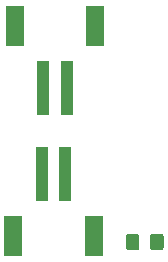
<source format=gbr>
G04 #@! TF.GenerationSoftware,KiCad,Pcbnew,5.1.5-52549c5~84~ubuntu19.10.1*
G04 #@! TF.CreationDate,2020-04-09T07:07:27-07:00*
G04 #@! TF.ProjectId,hub-75-pmod,6875622d-3735-42d7-906d-6f642e6b6963,rev?*
G04 #@! TF.SameCoordinates,PX2857260PY1dea728*
G04 #@! TF.FileFunction,Paste,Top*
G04 #@! TF.FilePolarity,Positive*
%FSLAX46Y46*%
G04 Gerber Fmt 4.6, Leading zero omitted, Abs format (unit mm)*
G04 Created by KiCad (PCBNEW 5.1.5-52549c5~84~ubuntu19.10.1) date 2020-04-09 07:07:27*
%MOMM*%
%LPD*%
G04 APERTURE LIST*
%ADD10R,1.600000X3.400000*%
%ADD11R,1.000000X4.600000*%
%ADD12C,0.100000*%
G04 APERTURE END LIST*
D10*
X12622000Y-19534000D03*
X19422000Y-19534000D03*
D11*
X15022000Y-14334000D03*
X17022000Y-14334000D03*
D10*
X19520000Y-1802000D03*
X12720000Y-1802000D03*
D11*
X17120000Y-7002000D03*
X15120000Y-7002000D03*
D12*
G36*
X23064505Y-19367204D02*
G01*
X23088773Y-19370804D01*
X23112572Y-19376765D01*
X23135671Y-19385030D01*
X23157850Y-19395520D01*
X23178893Y-19408132D01*
X23198599Y-19422747D01*
X23216777Y-19439223D01*
X23233253Y-19457401D01*
X23247868Y-19477107D01*
X23260480Y-19498150D01*
X23270970Y-19520329D01*
X23279235Y-19543428D01*
X23285196Y-19567227D01*
X23288796Y-19591495D01*
X23290000Y-19615999D01*
X23290000Y-20516001D01*
X23288796Y-20540505D01*
X23285196Y-20564773D01*
X23279235Y-20588572D01*
X23270970Y-20611671D01*
X23260480Y-20633850D01*
X23247868Y-20654893D01*
X23233253Y-20674599D01*
X23216777Y-20692777D01*
X23198599Y-20709253D01*
X23178893Y-20723868D01*
X23157850Y-20736480D01*
X23135671Y-20746970D01*
X23112572Y-20755235D01*
X23088773Y-20761196D01*
X23064505Y-20764796D01*
X23040001Y-20766000D01*
X22389999Y-20766000D01*
X22365495Y-20764796D01*
X22341227Y-20761196D01*
X22317428Y-20755235D01*
X22294329Y-20746970D01*
X22272150Y-20736480D01*
X22251107Y-20723868D01*
X22231401Y-20709253D01*
X22213223Y-20692777D01*
X22196747Y-20674599D01*
X22182132Y-20654893D01*
X22169520Y-20633850D01*
X22159030Y-20611671D01*
X22150765Y-20588572D01*
X22144804Y-20564773D01*
X22141204Y-20540505D01*
X22140000Y-20516001D01*
X22140000Y-19615999D01*
X22141204Y-19591495D01*
X22144804Y-19567227D01*
X22150765Y-19543428D01*
X22159030Y-19520329D01*
X22169520Y-19498150D01*
X22182132Y-19477107D01*
X22196747Y-19457401D01*
X22213223Y-19439223D01*
X22231401Y-19422747D01*
X22251107Y-19408132D01*
X22272150Y-19395520D01*
X22294329Y-19385030D01*
X22317428Y-19376765D01*
X22341227Y-19370804D01*
X22365495Y-19367204D01*
X22389999Y-19366000D01*
X23040001Y-19366000D01*
X23064505Y-19367204D01*
G37*
G36*
X25114505Y-19367204D02*
G01*
X25138773Y-19370804D01*
X25162572Y-19376765D01*
X25185671Y-19385030D01*
X25207850Y-19395520D01*
X25228893Y-19408132D01*
X25248599Y-19422747D01*
X25266777Y-19439223D01*
X25283253Y-19457401D01*
X25297868Y-19477107D01*
X25310480Y-19498150D01*
X25320970Y-19520329D01*
X25329235Y-19543428D01*
X25335196Y-19567227D01*
X25338796Y-19591495D01*
X25340000Y-19615999D01*
X25340000Y-20516001D01*
X25338796Y-20540505D01*
X25335196Y-20564773D01*
X25329235Y-20588572D01*
X25320970Y-20611671D01*
X25310480Y-20633850D01*
X25297868Y-20654893D01*
X25283253Y-20674599D01*
X25266777Y-20692777D01*
X25248599Y-20709253D01*
X25228893Y-20723868D01*
X25207850Y-20736480D01*
X25185671Y-20746970D01*
X25162572Y-20755235D01*
X25138773Y-20761196D01*
X25114505Y-20764796D01*
X25090001Y-20766000D01*
X24439999Y-20766000D01*
X24415495Y-20764796D01*
X24391227Y-20761196D01*
X24367428Y-20755235D01*
X24344329Y-20746970D01*
X24322150Y-20736480D01*
X24301107Y-20723868D01*
X24281401Y-20709253D01*
X24263223Y-20692777D01*
X24246747Y-20674599D01*
X24232132Y-20654893D01*
X24219520Y-20633850D01*
X24209030Y-20611671D01*
X24200765Y-20588572D01*
X24194804Y-20564773D01*
X24191204Y-20540505D01*
X24190000Y-20516001D01*
X24190000Y-19615999D01*
X24191204Y-19591495D01*
X24194804Y-19567227D01*
X24200765Y-19543428D01*
X24209030Y-19520329D01*
X24219520Y-19498150D01*
X24232132Y-19477107D01*
X24246747Y-19457401D01*
X24263223Y-19439223D01*
X24281401Y-19422747D01*
X24301107Y-19408132D01*
X24322150Y-19395520D01*
X24344329Y-19385030D01*
X24367428Y-19376765D01*
X24391227Y-19370804D01*
X24415495Y-19367204D01*
X24439999Y-19366000D01*
X25090001Y-19366000D01*
X25114505Y-19367204D01*
G37*
M02*

</source>
